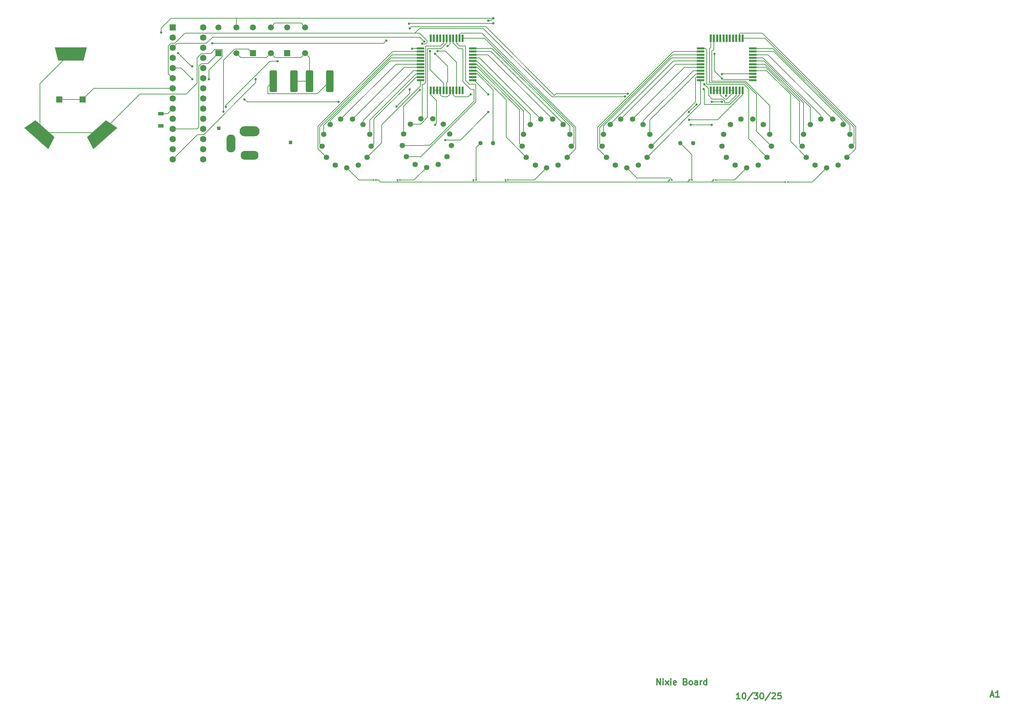
<source format=gtl>
%TF.GenerationSoftware,KiCad,Pcbnew,9.0.4*%
%TF.CreationDate,2025-11-16T22:43:31-07:00*%
%TF.ProjectId,Nixie Clock ECE5930,4e697869-6520-4436-9c6f-636b20454345,rev?*%
%TF.SameCoordinates,Original*%
%TF.FileFunction,Copper,L1,Top*%
%TF.FilePolarity,Positive*%
%FSLAX46Y46*%
G04 Gerber Fmt 4.6, Leading zero omitted, Abs format (unit mm)*
G04 Created by KiCad (PCBNEW 9.0.4) date 2025-11-16 22:43:31*
%MOMM*%
%LPD*%
G01*
G04 APERTURE LIST*
G04 Aperture macros list*
%AMRoundRect*
0 Rectangle with rounded corners*
0 $1 Rounding radius*
0 $2 $3 $4 $5 $6 $7 $8 $9 X,Y pos of 4 corners*
0 Add a 4 corners polygon primitive as box body*
4,1,4,$2,$3,$4,$5,$6,$7,$8,$9,$2,$3,0*
0 Add four circle primitives for the rounded corners*
1,1,$1+$1,$2,$3*
1,1,$1+$1,$4,$5*
1,1,$1+$1,$6,$7*
1,1,$1+$1,$8,$9*
0 Add four rect primitives between the rounded corners*
20,1,$1+$1,$2,$3,$4,$5,0*
20,1,$1+$1,$4,$5,$6,$7,0*
20,1,$1+$1,$6,$7,$8,$9,0*
20,1,$1+$1,$8,$9,$2,$3,0*%
%AMFreePoly0*
4,1,15,4.110035,1.430035,4.110050,1.430000,4.110048,1.429988,3.275048,-1.870012,3.275026,-1.870043,3.275000,-1.870050,-3.075000,-1.870050,-3.075035,-1.870035,-3.075048,-1.870012,-3.910048,1.429988,-3.910043,1.430026,-3.910012,1.430048,-3.910000,1.430050,4.110000,1.430050,4.110035,1.430035,4.110035,1.430035,$1*%
%AMFreePoly1*
4,1,15,-1.107767,3.101137,3.648133,-1.106563,3.648150,-1.106597,3.648144,-1.106623,2.086844,-4.131423,2.086815,-4.131448,2.086777,-4.131444,2.086767,-4.131437,-3.919833,1.182763,-3.919850,1.182797,-3.919837,1.182833,-3.919828,1.182841,-1.107828,3.101141,-1.107791,3.101149,-1.107767,3.101137,-1.107767,3.101137,$1*%
%AMFreePoly2*
4,1,15,1.207828,3.101141,4.019828,1.182841,4.019849,1.182809,4.019841,1.182772,4.019833,1.182763,-1.986767,-4.131437,-1.986803,-4.131450,-1.986837,-4.131433,-1.986844,-4.131423,-3.548144,-1.106623,-3.548148,-1.106585,-3.548133,-1.106563,1.207767,3.101137,1.207803,3.101150,1.207828,3.101141,1.207828,3.101141,$1*%
G04 Aperture macros list end*
%ADD10C,0.300000*%
%TA.AperFunction,NonConductor*%
%ADD11C,0.300000*%
%TD*%
%TA.AperFunction,SMDPad,CuDef*%
%ADD12R,0.600000X1.900000*%
%TD*%
%TA.AperFunction,SMDPad,CuDef*%
%ADD13R,1.900000X0.600000*%
%TD*%
%TA.AperFunction,SMDPad,CuDef*%
%ADD14R,1.520000X1.520000*%
%TD*%
%TA.AperFunction,SMDPad,CuDef*%
%ADD15FreePoly0,0.000000*%
%TD*%
%TA.AperFunction,SMDPad,CuDef*%
%ADD16FreePoly1,0.000000*%
%TD*%
%TA.AperFunction,SMDPad,CuDef*%
%ADD17FreePoly2,0.000000*%
%TD*%
%TA.AperFunction,ComponentPad*%
%ADD18C,1.346200*%
%TD*%
%TA.AperFunction,SMDPad,CuDef*%
%ADD19RoundRect,0.100000X0.130000X0.100000X-0.130000X0.100000X-0.130000X-0.100000X0.130000X-0.100000X0*%
%TD*%
%TA.AperFunction,SMDPad,CuDef*%
%ADD20RoundRect,0.100000X-0.130000X-0.100000X0.130000X-0.100000X0.130000X0.100000X-0.130000X0.100000X0*%
%TD*%
%TA.AperFunction,ComponentPad*%
%ADD21R,1.498600X1.498600*%
%TD*%
%TA.AperFunction,ComponentPad*%
%ADD22C,1.498600*%
%TD*%
%TA.AperFunction,ComponentPad*%
%ADD23C,1.107440*%
%TD*%
%TA.AperFunction,ComponentPad*%
%ADD24RoundRect,0.250000X-0.550000X-0.550000X0.550000X-0.550000X0.550000X0.550000X-0.550000X0.550000X0*%
%TD*%
%TA.AperFunction,ComponentPad*%
%ADD25C,1.600000*%
%TD*%
%TA.AperFunction,SMDPad,CuDef*%
%ADD26R,1.397000X0.965200*%
%TD*%
%TA.AperFunction,SMDPad,CuDef*%
%ADD27RoundRect,0.250000X-0.650000X-2.450000X0.650000X-2.450000X0.650000X2.450000X-0.650000X2.450000X0*%
%TD*%
%TA.AperFunction,ComponentPad*%
%ADD28O,5.000000X2.500000*%
%TD*%
%TA.AperFunction,ComponentPad*%
%ADD29O,4.500000X2.250000*%
%TD*%
%TA.AperFunction,ComponentPad*%
%ADD30O,2.250000X4.500000*%
%TD*%
%TA.AperFunction,ComponentPad*%
%ADD31R,0.850000X0.850000*%
%TD*%
%TA.AperFunction,ViaPad*%
%ADD32C,0.600000*%
%TD*%
%TA.AperFunction,Conductor*%
%ADD33C,0.200000*%
%TD*%
G04 APERTURE END LIST*
D10*
D11*
X270983082Y-192872257D02*
X271697368Y-192872257D01*
X270840225Y-193300828D02*
X271340225Y-191800828D01*
X271340225Y-191800828D02*
X271840225Y-193300828D01*
X273125939Y-193300828D02*
X272268796Y-193300828D01*
X272697367Y-193300828D02*
X272697367Y-191800828D01*
X272697367Y-191800828D02*
X272554510Y-192015114D01*
X272554510Y-192015114D02*
X272411653Y-192157971D01*
X272411653Y-192157971D02*
X272268796Y-192229400D01*
D10*
D11*
X187554510Y-190300828D02*
X187554510Y-188800828D01*
X187554510Y-188800828D02*
X188411653Y-190300828D01*
X188411653Y-190300828D02*
X188411653Y-188800828D01*
X189125939Y-190300828D02*
X189125939Y-189300828D01*
X189125939Y-188800828D02*
X189054511Y-188872257D01*
X189054511Y-188872257D02*
X189125939Y-188943685D01*
X189125939Y-188943685D02*
X189197368Y-188872257D01*
X189197368Y-188872257D02*
X189125939Y-188800828D01*
X189125939Y-188800828D02*
X189125939Y-188943685D01*
X189697368Y-190300828D02*
X190483083Y-189300828D01*
X189697368Y-189300828D02*
X190483083Y-190300828D01*
X191054511Y-190300828D02*
X191054511Y-189300828D01*
X191054511Y-188800828D02*
X190983083Y-188872257D01*
X190983083Y-188872257D02*
X191054511Y-188943685D01*
X191054511Y-188943685D02*
X191125940Y-188872257D01*
X191125940Y-188872257D02*
X191054511Y-188800828D01*
X191054511Y-188800828D02*
X191054511Y-188943685D01*
X192340226Y-190229400D02*
X192197369Y-190300828D01*
X192197369Y-190300828D02*
X191911655Y-190300828D01*
X191911655Y-190300828D02*
X191768797Y-190229400D01*
X191768797Y-190229400D02*
X191697369Y-190086542D01*
X191697369Y-190086542D02*
X191697369Y-189515114D01*
X191697369Y-189515114D02*
X191768797Y-189372257D01*
X191768797Y-189372257D02*
X191911655Y-189300828D01*
X191911655Y-189300828D02*
X192197369Y-189300828D01*
X192197369Y-189300828D02*
X192340226Y-189372257D01*
X192340226Y-189372257D02*
X192411655Y-189515114D01*
X192411655Y-189515114D02*
X192411655Y-189657971D01*
X192411655Y-189657971D02*
X191697369Y-189800828D01*
X194697368Y-189515114D02*
X194911654Y-189586542D01*
X194911654Y-189586542D02*
X194983083Y-189657971D01*
X194983083Y-189657971D02*
X195054511Y-189800828D01*
X195054511Y-189800828D02*
X195054511Y-190015114D01*
X195054511Y-190015114D02*
X194983083Y-190157971D01*
X194983083Y-190157971D02*
X194911654Y-190229400D01*
X194911654Y-190229400D02*
X194768797Y-190300828D01*
X194768797Y-190300828D02*
X194197368Y-190300828D01*
X194197368Y-190300828D02*
X194197368Y-188800828D01*
X194197368Y-188800828D02*
X194697368Y-188800828D01*
X194697368Y-188800828D02*
X194840226Y-188872257D01*
X194840226Y-188872257D02*
X194911654Y-188943685D01*
X194911654Y-188943685D02*
X194983083Y-189086542D01*
X194983083Y-189086542D02*
X194983083Y-189229400D01*
X194983083Y-189229400D02*
X194911654Y-189372257D01*
X194911654Y-189372257D02*
X194840226Y-189443685D01*
X194840226Y-189443685D02*
X194697368Y-189515114D01*
X194697368Y-189515114D02*
X194197368Y-189515114D01*
X195911654Y-190300828D02*
X195768797Y-190229400D01*
X195768797Y-190229400D02*
X195697368Y-190157971D01*
X195697368Y-190157971D02*
X195625940Y-190015114D01*
X195625940Y-190015114D02*
X195625940Y-189586542D01*
X195625940Y-189586542D02*
X195697368Y-189443685D01*
X195697368Y-189443685D02*
X195768797Y-189372257D01*
X195768797Y-189372257D02*
X195911654Y-189300828D01*
X195911654Y-189300828D02*
X196125940Y-189300828D01*
X196125940Y-189300828D02*
X196268797Y-189372257D01*
X196268797Y-189372257D02*
X196340226Y-189443685D01*
X196340226Y-189443685D02*
X196411654Y-189586542D01*
X196411654Y-189586542D02*
X196411654Y-190015114D01*
X196411654Y-190015114D02*
X196340226Y-190157971D01*
X196340226Y-190157971D02*
X196268797Y-190229400D01*
X196268797Y-190229400D02*
X196125940Y-190300828D01*
X196125940Y-190300828D02*
X195911654Y-190300828D01*
X197697369Y-190300828D02*
X197697369Y-189515114D01*
X197697369Y-189515114D02*
X197625940Y-189372257D01*
X197625940Y-189372257D02*
X197483083Y-189300828D01*
X197483083Y-189300828D02*
X197197369Y-189300828D01*
X197197369Y-189300828D02*
X197054511Y-189372257D01*
X197697369Y-190229400D02*
X197554511Y-190300828D01*
X197554511Y-190300828D02*
X197197369Y-190300828D01*
X197197369Y-190300828D02*
X197054511Y-190229400D01*
X197054511Y-190229400D02*
X196983083Y-190086542D01*
X196983083Y-190086542D02*
X196983083Y-189943685D01*
X196983083Y-189943685D02*
X197054511Y-189800828D01*
X197054511Y-189800828D02*
X197197369Y-189729400D01*
X197197369Y-189729400D02*
X197554511Y-189729400D01*
X197554511Y-189729400D02*
X197697369Y-189657971D01*
X198411654Y-190300828D02*
X198411654Y-189300828D01*
X198411654Y-189586542D02*
X198483083Y-189443685D01*
X198483083Y-189443685D02*
X198554512Y-189372257D01*
X198554512Y-189372257D02*
X198697369Y-189300828D01*
X198697369Y-189300828D02*
X198840226Y-189300828D01*
X199983083Y-190300828D02*
X199983083Y-188800828D01*
X199983083Y-190229400D02*
X199840225Y-190300828D01*
X199840225Y-190300828D02*
X199554511Y-190300828D01*
X199554511Y-190300828D02*
X199411654Y-190229400D01*
X199411654Y-190229400D02*
X199340225Y-190157971D01*
X199340225Y-190157971D02*
X199268797Y-190015114D01*
X199268797Y-190015114D02*
X199268797Y-189586542D01*
X199268797Y-189586542D02*
X199340225Y-189443685D01*
X199340225Y-189443685D02*
X199411654Y-189372257D01*
X199411654Y-189372257D02*
X199554511Y-189300828D01*
X199554511Y-189300828D02*
X199840225Y-189300828D01*
X199840225Y-189300828D02*
X199983083Y-189372257D01*
D10*
D11*
X208340225Y-193800828D02*
X207483082Y-193800828D01*
X207911653Y-193800828D02*
X207911653Y-192300828D01*
X207911653Y-192300828D02*
X207768796Y-192515114D01*
X207768796Y-192515114D02*
X207625939Y-192657971D01*
X207625939Y-192657971D02*
X207483082Y-192729400D01*
X209268796Y-192300828D02*
X209411653Y-192300828D01*
X209411653Y-192300828D02*
X209554510Y-192372257D01*
X209554510Y-192372257D02*
X209625939Y-192443685D01*
X209625939Y-192443685D02*
X209697367Y-192586542D01*
X209697367Y-192586542D02*
X209768796Y-192872257D01*
X209768796Y-192872257D02*
X209768796Y-193229400D01*
X209768796Y-193229400D02*
X209697367Y-193515114D01*
X209697367Y-193515114D02*
X209625939Y-193657971D01*
X209625939Y-193657971D02*
X209554510Y-193729400D01*
X209554510Y-193729400D02*
X209411653Y-193800828D01*
X209411653Y-193800828D02*
X209268796Y-193800828D01*
X209268796Y-193800828D02*
X209125939Y-193729400D01*
X209125939Y-193729400D02*
X209054510Y-193657971D01*
X209054510Y-193657971D02*
X208983081Y-193515114D01*
X208983081Y-193515114D02*
X208911653Y-193229400D01*
X208911653Y-193229400D02*
X208911653Y-192872257D01*
X208911653Y-192872257D02*
X208983081Y-192586542D01*
X208983081Y-192586542D02*
X209054510Y-192443685D01*
X209054510Y-192443685D02*
X209125939Y-192372257D01*
X209125939Y-192372257D02*
X209268796Y-192300828D01*
X211483081Y-192229400D02*
X210197367Y-194157971D01*
X211840224Y-192300828D02*
X212768796Y-192300828D01*
X212768796Y-192300828D02*
X212268796Y-192872257D01*
X212268796Y-192872257D02*
X212483081Y-192872257D01*
X212483081Y-192872257D02*
X212625939Y-192943685D01*
X212625939Y-192943685D02*
X212697367Y-193015114D01*
X212697367Y-193015114D02*
X212768796Y-193157971D01*
X212768796Y-193157971D02*
X212768796Y-193515114D01*
X212768796Y-193515114D02*
X212697367Y-193657971D01*
X212697367Y-193657971D02*
X212625939Y-193729400D01*
X212625939Y-193729400D02*
X212483081Y-193800828D01*
X212483081Y-193800828D02*
X212054510Y-193800828D01*
X212054510Y-193800828D02*
X211911653Y-193729400D01*
X211911653Y-193729400D02*
X211840224Y-193657971D01*
X213697367Y-192300828D02*
X213840224Y-192300828D01*
X213840224Y-192300828D02*
X213983081Y-192372257D01*
X213983081Y-192372257D02*
X214054510Y-192443685D01*
X214054510Y-192443685D02*
X214125938Y-192586542D01*
X214125938Y-192586542D02*
X214197367Y-192872257D01*
X214197367Y-192872257D02*
X214197367Y-193229400D01*
X214197367Y-193229400D02*
X214125938Y-193515114D01*
X214125938Y-193515114D02*
X214054510Y-193657971D01*
X214054510Y-193657971D02*
X213983081Y-193729400D01*
X213983081Y-193729400D02*
X213840224Y-193800828D01*
X213840224Y-193800828D02*
X213697367Y-193800828D01*
X213697367Y-193800828D02*
X213554510Y-193729400D01*
X213554510Y-193729400D02*
X213483081Y-193657971D01*
X213483081Y-193657971D02*
X213411652Y-193515114D01*
X213411652Y-193515114D02*
X213340224Y-193229400D01*
X213340224Y-193229400D02*
X213340224Y-192872257D01*
X213340224Y-192872257D02*
X213411652Y-192586542D01*
X213411652Y-192586542D02*
X213483081Y-192443685D01*
X213483081Y-192443685D02*
X213554510Y-192372257D01*
X213554510Y-192372257D02*
X213697367Y-192300828D01*
X215911652Y-192229400D02*
X214625938Y-194157971D01*
X216340224Y-192443685D02*
X216411652Y-192372257D01*
X216411652Y-192372257D02*
X216554510Y-192300828D01*
X216554510Y-192300828D02*
X216911652Y-192300828D01*
X216911652Y-192300828D02*
X217054510Y-192372257D01*
X217054510Y-192372257D02*
X217125938Y-192443685D01*
X217125938Y-192443685D02*
X217197367Y-192586542D01*
X217197367Y-192586542D02*
X217197367Y-192729400D01*
X217197367Y-192729400D02*
X217125938Y-192943685D01*
X217125938Y-192943685D02*
X216268795Y-193800828D01*
X216268795Y-193800828D02*
X217197367Y-193800828D01*
X218554509Y-192300828D02*
X217840223Y-192300828D01*
X217840223Y-192300828D02*
X217768795Y-193015114D01*
X217768795Y-193015114D02*
X217840223Y-192943685D01*
X217840223Y-192943685D02*
X217983081Y-192872257D01*
X217983081Y-192872257D02*
X218340223Y-192872257D01*
X218340223Y-192872257D02*
X218483081Y-192943685D01*
X218483081Y-192943685D02*
X218554509Y-193015114D01*
X218554509Y-193015114D02*
X218625938Y-193157971D01*
X218625938Y-193157971D02*
X218625938Y-193515114D01*
X218625938Y-193515114D02*
X218554509Y-193657971D01*
X218554509Y-193657971D02*
X218483081Y-193729400D01*
X218483081Y-193729400D02*
X218340223Y-193800828D01*
X218340223Y-193800828D02*
X217983081Y-193800828D01*
X217983081Y-193800828D02*
X217840223Y-193729400D01*
X217840223Y-193729400D02*
X217768795Y-193657971D01*
D12*
%TO.P,U2,1,HV22*%
%TO.N,Net-(U2-HV22)*%
X139000000Y-28500000D03*
%TO.P,U2,2,HV21*%
%TO.N,Net-(U2-HV21)*%
X138200000Y-28500000D03*
%TO.P,U2,3,HV20*%
%TO.N,Net-(U2-HV20)*%
X137400000Y-28500000D03*
%TO.P,U2,4,HV19*%
%TO.N,Net-(U2-HV19)*%
X136600000Y-28500000D03*
%TO.P,U2,5,HV18*%
%TO.N,Net-(U2-HV18)*%
X135800000Y-28500000D03*
%TO.P,U2,6,HV17*%
%TO.N,Net-(U2-HV17)*%
X135000000Y-28500000D03*
%TO.P,U2,7,HV16*%
%TO.N,Net-(U2-HV16)*%
X134200000Y-28500000D03*
%TO.P,U2,8,HV15*%
%TO.N,Net-(U2-HV15)*%
X133400000Y-28500000D03*
%TO.P,U2,9,HV14*%
%TO.N,Net-(U2-HV14)*%
X132600000Y-28500000D03*
%TO.P,U2,10,HV13*%
%TO.N,Net-(U2-HV13)*%
X131800000Y-28500000D03*
%TO.P,U2,11,HV12*%
%TO.N,Net-(U2-HV12)*%
X131000000Y-28500000D03*
D13*
%TO.P,U2,12,HV11*%
%TO.N,Net-(U2-HV11)*%
X128500000Y-31000000D03*
%TO.P,U2,13,HV10*%
%TO.N,Net-(U2-HV10)*%
X128500000Y-31800000D03*
%TO.P,U2,14,HV9*%
%TO.N,Net-(U2-HV9)*%
X128500000Y-32600000D03*
%TO.P,U2,15,HV8*%
%TO.N,Net-(U2-HV8)*%
X128500000Y-33400000D03*
%TO.P,U2,16,HV7*%
%TO.N,Net-(U2-HV7)*%
X128500000Y-34200000D03*
%TO.P,U2,17,HV6*%
%TO.N,Net-(U2-HV6)*%
X128500000Y-35000000D03*
%TO.P,U2,18,HV5*%
%TO.N,Net-(U2-HV5)*%
X128500000Y-35800000D03*
%TO.P,U2,19,HV4*%
%TO.N,Net-(U2-HV4)*%
X128500000Y-36600000D03*
%TO.P,U2,20,HV3*%
%TO.N,Net-(U2-HV3)*%
X128500000Y-37400000D03*
%TO.P,U2,21,HV2*%
%TO.N,Net-(U2-HV2)*%
X128500000Y-38200000D03*
%TO.P,U2,22,HV1*%
%TO.N,Net-(U2-HV1)*%
X128500000Y-39000000D03*
D12*
%TO.P,U2,23,DATAOUT*%
%TO.N,Net-(U2-DATAOUT)*%
X131000000Y-41500000D03*
%TO.P,U2,24,N/C*%
%TO.N,+5V*%
X131800000Y-41500000D03*
%TO.P,U2,25,N/C*%
X132600000Y-41500000D03*
%TO.P,U2,26,N/C*%
X133400000Y-41500000D03*
%TO.P,U2,27,~{POL}*%
%TO.N,Net-(U1-PD4)*%
X134200000Y-41500000D03*
%TO.P,U2,28,CLK*%
%TO.N,Net-(U1-PD1)*%
X135000000Y-41500000D03*
%TO.P,U2,29,VSS*%
%TO.N,+5V*%
X135800000Y-41500000D03*
%TO.P,U2,30,VDD*%
X136600000Y-41500000D03*
%TO.P,U2,31,~{LE}*%
%TO.N,Net-(U1-PD2)*%
X137400000Y-41500000D03*
%TO.P,U2,32,DATAIN*%
%TO.N,Net-(U1-PD0)*%
X138200000Y-41500000D03*
%TO.P,U2,33,~{BL}*%
%TO.N,Net-(U1-PD3)*%
X139000000Y-41500000D03*
D13*
%TO.P,U2,34,N/C*%
%TO.N,+5V*%
X141500000Y-39000000D03*
%TO.P,U2,35,HV32*%
%TO.N,unconnected-(U2-HV32-Pad35)*%
X141500000Y-38200000D03*
%TO.P,U2,36,HV31*%
%TO.N,Net-(U2-HV31)*%
X141500000Y-37400000D03*
%TO.P,U2,37,HV30*%
%TO.N,Net-(U2-HV30)*%
X141500000Y-36600000D03*
%TO.P,U2,38,HV29*%
%TO.N,Net-(U2-HV29)*%
X141500000Y-35800000D03*
%TO.P,U2,39,HV28*%
%TO.N,Net-(U2-HV28)*%
X141500000Y-35000000D03*
%TO.P,U2,40,HV27*%
%TO.N,Net-(U2-HV27)*%
X141500000Y-34200000D03*
%TO.P,U2,41,HV26*%
%TO.N,Net-(U2-HV26)*%
X141500000Y-33400000D03*
%TO.P,U2,42,HV25*%
%TO.N,Net-(U2-HV25)*%
X141500000Y-32600000D03*
%TO.P,U2,43,HV24*%
%TO.N,Net-(U2-HV24)*%
X141500000Y-31800000D03*
%TO.P,U2,44,HV23*%
%TO.N,Net-(U2-HV23)*%
X141500000Y-31000000D03*
%TD*%
D14*
%TO.P,BT2,1*%
%TO.N,+5V*%
X38100000Y-43815000D03*
%TO.P,BT2,2*%
X43950000Y-43815000D03*
D15*
%TO.P,BT2,S1*%
%TO.N,Net-(U5-Vbat)*%
X40925000Y-32215000D03*
D16*
%TO.P,BT2,S2*%
X33325000Y-52115000D03*
D17*
%TO.P,BT2,S3*%
X48625000Y-52115000D03*
%TD*%
D18*
%TO.P,N7,0,0*%
%TO.N,Net-(U3-HV30)*%
X224907300Y-58265360D03*
%TO.P,N7,1,1*%
%TO.N,Net-(U3-HV21)*%
X235092700Y-58265360D03*
%TO.P,N7,2,2*%
%TO.N,Net-(U3-HV22)*%
X236144260Y-55494220D03*
%TO.P,N7,3,3*%
%TO.N,Net-(U3-HV23)*%
X235786120Y-52555440D03*
%TO.P,N7,4,4*%
%TO.N,Net-(U3-HV24)*%
X234104640Y-50117040D03*
%TO.P,N7,5,5*%
%TO.N,Net-(U3-HV25)*%
X231480820Y-48740360D03*
%TO.P,N7,6,6*%
%TO.N,Net-(U3-HV26)*%
X228519180Y-48740360D03*
%TO.P,N7,7,7*%
%TO.N,Net-(U3-HV27)*%
X225895360Y-50117040D03*
%TO.P,N7,8,8*%
%TO.N,Net-(U3-HV28)*%
X224213880Y-52555440D03*
%TO.P,N7,9,9*%
%TO.N,Net-(U3-HV29)*%
X223855740Y-55494220D03*
%TO.P,N7,A,A*%
%TO.N,Net-(N7-PadA)*%
X230000000Y-60937440D03*
%TO.P,N7,LHDP,LHDP*%
%TO.N,unconnected-(N7-PadLHDP)*%
X232875280Y-60228780D03*
%TO.P,N7,RHDP,RHDP*%
%TO.N,unconnected-(N7-PadRHDP)*%
X227124720Y-60228780D03*
%TD*%
%TO.P,N3,0,0*%
%TO.N,Net-(U2-HV30)*%
X154907300Y-58265360D03*
%TO.P,N3,1,1*%
%TO.N,Net-(U2-HV21)*%
X165092700Y-58265360D03*
%TO.P,N3,2,2*%
%TO.N,Net-(U2-HV22)*%
X166144260Y-55494220D03*
%TO.P,N3,3,3*%
%TO.N,Net-(U2-HV23)*%
X165786120Y-52555440D03*
%TO.P,N3,4,4*%
%TO.N,Net-(U2-HV24)*%
X164104640Y-50117040D03*
%TO.P,N3,5,5*%
%TO.N,Net-(U2-HV25)*%
X161480820Y-48740360D03*
%TO.P,N3,6,6*%
%TO.N,Net-(U2-HV26)*%
X158519180Y-48740360D03*
%TO.P,N3,7,7*%
%TO.N,Net-(U2-HV27)*%
X155895360Y-50117040D03*
%TO.P,N3,8,8*%
%TO.N,Net-(U2-HV28)*%
X154213880Y-52555440D03*
%TO.P,N3,9,9*%
%TO.N,Net-(U2-HV29)*%
X153855740Y-55494220D03*
%TO.P,N3,A,A*%
%TO.N,Net-(N3-PadA)*%
X160000000Y-60937440D03*
%TO.P,N3,LHDP,LHDP*%
%TO.N,unconnected-(N3-PadLHDP)*%
X162875280Y-60228780D03*
%TO.P,N3,RHDP,RHDP*%
%TO.N,unconnected-(N3-PadRHDP)*%
X157124720Y-60228780D03*
%TD*%
D19*
%TO.P,R8,1*%
%TO.N,Net-(R8-Pad1)*%
X220320000Y-64500000D03*
%TO.P,R8,2*%
%TO.N,HT*%
X219680000Y-64500000D03*
%TD*%
D18*
%TO.P,N1,0,0*%
%TO.N,Net-(U2-HV10)*%
X104907300Y-58265360D03*
%TO.P,N1,1,1*%
%TO.N,Net-(U2-HV1)*%
X115092700Y-58265360D03*
%TO.P,N1,2,2*%
%TO.N,Net-(U2-HV2)*%
X116144260Y-55494220D03*
%TO.P,N1,3,3*%
%TO.N,Net-(U2-HV3)*%
X115786120Y-52555440D03*
%TO.P,N1,4,4*%
%TO.N,Net-(U2-HV4)*%
X114104640Y-50117040D03*
%TO.P,N1,5,5*%
%TO.N,Net-(U2-HV5)*%
X111480820Y-48740360D03*
%TO.P,N1,6,6*%
%TO.N,Net-(U2-HV6)*%
X108519180Y-48740360D03*
%TO.P,N1,7,7*%
%TO.N,Net-(U2-HV7)*%
X105895360Y-50117040D03*
%TO.P,N1,8,8*%
%TO.N,Net-(U2-HV8)*%
X104213880Y-52555440D03*
%TO.P,N1,9,9*%
%TO.N,Net-(U2-HV9)*%
X103855740Y-55494220D03*
%TO.P,N1,A,A*%
%TO.N,Net-(N1-PadA)*%
X110000000Y-60937440D03*
%TO.P,N1,LHDP,LHDP*%
%TO.N,unconnected-(N1-PadLHDP)*%
X112875280Y-60228780D03*
%TO.P,N1,RHDP,RHDP*%
%TO.N,unconnected-(N1-PadRHDP)*%
X107124720Y-60228780D03*
%TD*%
D20*
%TO.P,R11,1*%
%TO.N,HT*%
X195680000Y-64000000D03*
%TO.P,R11,2*%
%TO.N,Net-(R11-Pad2)*%
X196320000Y-64000000D03*
%TD*%
D19*
%TO.P,R9,1*%
%TO.N,Net-(R9-Pad1)*%
X202320000Y-64000000D03*
%TO.P,R9,2*%
%TO.N,HT*%
X201680000Y-64000000D03*
%TD*%
D21*
%TO.P,SW6,1,1*%
%TO.N,Net-(U1-PD7)*%
X95114998Y-32249751D03*
D22*
%TO.P,SW6,2,2*%
X95114998Y-25749750D03*
%TO.P,SW6,3,3*%
%TO.N,+5V*%
X99614999Y-32249751D03*
%TO.P,SW6,4,4*%
X99614999Y-25749750D03*
%TD*%
D18*
%TO.P,N2,0,0*%
%TO.N,Net-(U2-HV20)*%
X124907300Y-58125360D03*
%TO.P,N2,1,1*%
%TO.N,Net-(U2-HV11)*%
X135092700Y-58125360D03*
%TO.P,N2,2,2*%
%TO.N,Net-(U2-HV12)*%
X136144260Y-55354220D03*
%TO.P,N2,3,3*%
%TO.N,Net-(U2-HV13)*%
X135786120Y-52415440D03*
%TO.P,N2,4,4*%
%TO.N,Net-(U2-HV14)*%
X134104640Y-49977040D03*
%TO.P,N2,5,5*%
%TO.N,Net-(U2-HV15)*%
X131480820Y-48600360D03*
%TO.P,N2,6,6*%
%TO.N,Net-(U2-HV16)*%
X128519180Y-48600360D03*
%TO.P,N2,7,7*%
%TO.N,Net-(U2-HV17)*%
X125895360Y-49977040D03*
%TO.P,N2,8,8*%
%TO.N,Net-(U2-HV18)*%
X124213880Y-52415440D03*
%TO.P,N2,9,9*%
%TO.N,Net-(U2-HV19)*%
X123855740Y-55354220D03*
%TO.P,N2,A,A*%
%TO.N,Net-(N2-PadA)*%
X130000000Y-60797440D03*
%TO.P,N2,LHDP,LHDP*%
%TO.N,unconnected-(N2-PadLHDP)*%
X132875280Y-60088780D03*
%TO.P,N2,RHDP,RHDP*%
%TO.N,unconnected-(N2-PadRHDP)*%
X127124720Y-60088780D03*
%TD*%
D19*
%TO.P,R10,1*%
%TO.N,Net-(R10-Pad1)*%
X191320000Y-64000000D03*
%TO.P,R10,2*%
%TO.N,HT*%
X190680000Y-64000000D03*
%TD*%
D23*
%TO.P,N4,A,A*%
%TO.N,Net-(N4-PadA)*%
X143412500Y-54750000D03*
%TO.P,N4,K,K*%
%TO.N,Net-(U2-HV31)*%
X146587500Y-54750000D03*
%TD*%
D19*
%TO.P,R5,1*%
%TO.N,Net-(R5-Pad1)*%
X150320000Y-64000000D03*
%TO.P,R5,2*%
%TO.N,HT*%
X149680000Y-64000000D03*
%TD*%
D24*
%TO.P,U1,1,~{RESET}/PC6*%
%TO.N,Net-(J1-Pin_5)*%
X66500000Y-25800000D03*
D25*
%TO.P,U1,2,PD0*%
%TO.N,Net-(U1-PD0)*%
X66500000Y-28340000D03*
%TO.P,U1,3,PD1*%
%TO.N,Net-(U1-PD1)*%
X66500000Y-30880000D03*
%TO.P,U1,4,PD2*%
%TO.N,Net-(U1-PD2)*%
X66500000Y-33420000D03*
%TO.P,U1,5,PD3*%
%TO.N,Net-(U1-PD3)*%
X66500000Y-35960000D03*
%TO.P,U1,6,PD4*%
%TO.N,Net-(U1-PD4)*%
X66500000Y-38500000D03*
%TO.P,U1,7,VCC*%
%TO.N,+5V*%
X66500000Y-41040000D03*
%TO.P,U1,8,GND*%
X66500000Y-43580000D03*
%TO.P,U1,9,XTAL1/PB6*%
%TO.N,Net-(U1-XTAL1{slash}PB6)*%
X66500000Y-46120000D03*
%TO.P,U1,10,XTAL2/PB7*%
%TO.N,Net-(U1-XTAL2{slash}PB7)*%
X66500000Y-48660000D03*
%TO.P,U1,11,PD5*%
%TO.N,Net-(U1-PD5)*%
X66500000Y-51200000D03*
%TO.P,U1,12,PD6*%
%TO.N,Net-(U1-PD6)*%
X66500000Y-53740000D03*
%TO.P,U1,13,PD7*%
%TO.N,Net-(U1-PD7)*%
X66500000Y-56280000D03*
%TO.P,U1,14,PB0*%
%TO.N,Net-(U1-PB0)*%
X66500000Y-58820000D03*
%TO.P,U1,15,PB1*%
%TO.N,unconnected-(U1-PB1-Pad15)*%
X74120000Y-58820000D03*
%TO.P,U1,16,PB2*%
%TO.N,unconnected-(U1-PB2-Pad16)*%
X74120000Y-56280000D03*
%TO.P,U1,17,PB3*%
%TO.N,Net-(J1-Pin_4)*%
X74120000Y-53740000D03*
%TO.P,U1,18,PB4*%
%TO.N,Net-(J1-Pin_1)*%
X74120000Y-51200000D03*
%TO.P,U1,19,PB5*%
%TO.N,Net-(J1-Pin_3)*%
X74120000Y-48660000D03*
%TO.P,U1,20,AVCC*%
%TO.N,+5V*%
X74120000Y-46120000D03*
%TO.P,U1,21,AREF*%
%TO.N,unconnected-(U1-AREF-Pad21)*%
X74120000Y-43580000D03*
%TO.P,U1,22,GND*%
%TO.N,+5V*%
X74120000Y-41040000D03*
%TO.P,U1,23,PC0*%
%TO.N,unconnected-(U1-PC0-Pad23)*%
X74120000Y-38500000D03*
%TO.P,U1,24,PC1*%
%TO.N,unconnected-(U1-PC1-Pad24)*%
X74120000Y-35960000D03*
%TO.P,U1,25,PC2*%
%TO.N,unconnected-(U1-PC2-Pad25)*%
X74120000Y-33420000D03*
%TO.P,U1,26,PC3*%
%TO.N,unconnected-(U1-PC3-Pad26)*%
X74120000Y-30880000D03*
%TO.P,U1,27,PC4*%
%TO.N,Net-(U1-PC4)*%
X74120000Y-28340000D03*
%TO.P,U1,28,PC5*%
%TO.N,Net-(U1-PC5)*%
X74120000Y-25800000D03*
%TD*%
D26*
%TO.P,C6,1*%
%TO.N,Net-(U1-XTAL2{slash}PB7)*%
X63500000Y-50418001D03*
%TO.P,C6,2*%
%TO.N,Net-(U1-XTAL1{slash}PB6)*%
X63500000Y-47371999D03*
%TD*%
D19*
%TO.P,R4,1*%
%TO.N,Net-(R4-Pad1)*%
X142320000Y-64000000D03*
%TO.P,R4,2*%
%TO.N,HT*%
X141680000Y-64000000D03*
%TD*%
D18*
%TO.P,N6,0,0*%
%TO.N,Net-(U3-HV20)*%
X204907300Y-58265360D03*
%TO.P,N6,1,1*%
%TO.N,Net-(U3-HV11)*%
X215092700Y-58265360D03*
%TO.P,N6,2,2*%
%TO.N,Net-(U3-HV12)*%
X216144260Y-55494220D03*
%TO.P,N6,3,3*%
%TO.N,Net-(U3-HV13)*%
X215786120Y-52555440D03*
%TO.P,N6,4,4*%
%TO.N,Net-(U3-HV14)*%
X214104640Y-50117040D03*
%TO.P,N6,5,5*%
%TO.N,Net-(U3-HV15)*%
X211480820Y-48740360D03*
%TO.P,N6,6,6*%
%TO.N,Net-(U3-HV16)*%
X208519180Y-48740360D03*
%TO.P,N6,7,7*%
%TO.N,Net-(U3-HV17)*%
X205895360Y-50117040D03*
%TO.P,N6,8,8*%
%TO.N,Net-(U3-HV18)*%
X204213880Y-52555440D03*
%TO.P,N6,9,9*%
%TO.N,Net-(U3-HV19)*%
X203855740Y-55494220D03*
%TO.P,N6,A,A*%
%TO.N,Net-(N6-PadA)*%
X210000000Y-60937440D03*
%TO.P,N6,LHDP,LHDP*%
%TO.N,unconnected-(N6-PadLHDP)*%
X212875280Y-60228780D03*
%TO.P,N6,RHDP,RHDP*%
%TO.N,unconnected-(N6-PadRHDP)*%
X207124720Y-60228780D03*
%TD*%
D20*
%TO.P,R7,1*%
%TO.N,Net-(R7-Pad1)*%
X116680000Y-64000000D03*
%TO.P,R7,2*%
%TO.N,HT*%
X117320000Y-64000000D03*
%TD*%
D12*
%TO.P,U3,1,HV22*%
%TO.N,Net-(U3-HV22)*%
X209000000Y-28500000D03*
%TO.P,U3,2,HV21*%
%TO.N,Net-(U3-HV21)*%
X208200000Y-28500000D03*
%TO.P,U3,3,HV20*%
%TO.N,Net-(U3-HV20)*%
X207400000Y-28500000D03*
%TO.P,U3,4,HV19*%
%TO.N,Net-(U3-HV19)*%
X206600000Y-28500000D03*
%TO.P,U3,5,HV18*%
%TO.N,Net-(U3-HV18)*%
X205800000Y-28500000D03*
%TO.P,U3,6,HV17*%
%TO.N,Net-(U3-HV17)*%
X205000000Y-28500000D03*
%TO.P,U3,7,HV16*%
%TO.N,Net-(U3-HV16)*%
X204200000Y-28500000D03*
%TO.P,U3,8,HV15*%
%TO.N,Net-(U3-HV15)*%
X203400000Y-28500000D03*
%TO.P,U3,9,HV14*%
%TO.N,Net-(U3-HV14)*%
X202600000Y-28500000D03*
%TO.P,U3,10,HV13*%
%TO.N,Net-(U3-HV13)*%
X201800000Y-28500000D03*
%TO.P,U3,11,HV12*%
%TO.N,Net-(U3-HV12)*%
X201000000Y-28500000D03*
D13*
%TO.P,U3,12,HV11*%
%TO.N,Net-(U3-HV11)*%
X198500000Y-31000000D03*
%TO.P,U3,13,HV10*%
%TO.N,Net-(U3-HV10)*%
X198500000Y-31800000D03*
%TO.P,U3,14,HV9*%
%TO.N,Net-(U3-HV9)*%
X198500000Y-32600000D03*
%TO.P,U3,15,HV8*%
%TO.N,Net-(U3-HV8)*%
X198500000Y-33400000D03*
%TO.P,U3,16,HV7*%
%TO.N,Net-(U3-HV7)*%
X198500000Y-34200000D03*
%TO.P,U3,17,HV6*%
%TO.N,Net-(U3-HV6)*%
X198500000Y-35000000D03*
%TO.P,U3,18,HV5*%
%TO.N,Net-(U3-HV5)*%
X198500000Y-35800000D03*
%TO.P,U3,19,HV4*%
%TO.N,Net-(U3-HV4)*%
X198500000Y-36600000D03*
%TO.P,U3,20,HV3*%
%TO.N,Net-(U3-HV3)*%
X198500000Y-37400000D03*
%TO.P,U3,21,HV2*%
%TO.N,Net-(U3-HV2)*%
X198500000Y-38200000D03*
%TO.P,U3,22,HV1*%
%TO.N,Net-(U3-HV1)*%
X198500000Y-39000000D03*
D12*
%TO.P,U3,23,DATAOUT*%
%TO.N,unconnected-(U3-DATAOUT-Pad23)*%
X201000000Y-41500000D03*
%TO.P,U3,24,N/C*%
%TO.N,+5V*%
X201800000Y-41500000D03*
%TO.P,U3,25,N/C*%
X202600000Y-41500000D03*
%TO.P,U3,26,N/C*%
X203400000Y-41500000D03*
%TO.P,U3,27,~{POL}*%
%TO.N,Net-(U1-PD4)*%
X204200000Y-41500000D03*
%TO.P,U3,28,CLK*%
%TO.N,Net-(U1-PD1)*%
X205000000Y-41500000D03*
%TO.P,U3,29,VSS*%
%TO.N,+5V*%
X205800000Y-41500000D03*
%TO.P,U3,30,VDD*%
X206600000Y-41500000D03*
%TO.P,U3,31,~{LE}*%
%TO.N,Net-(U1-PD2)*%
X207400000Y-41500000D03*
%TO.P,U3,32,DATAIN*%
%TO.N,Net-(U2-DATAOUT)*%
X208200000Y-41500000D03*
%TO.P,U3,33,~{BL}*%
%TO.N,Net-(U1-PD3)*%
X209000000Y-41500000D03*
D13*
%TO.P,U3,34,N/C*%
%TO.N,+5V*%
X211500000Y-39000000D03*
%TO.P,U3,35,HV32*%
%TO.N,unconnected-(U3-HV32-Pad35)*%
X211500000Y-38200000D03*
%TO.P,U3,36,HV31*%
%TO.N,Net-(U3-HV31)*%
X211500000Y-37400000D03*
%TO.P,U3,37,HV30*%
%TO.N,Net-(U3-HV30)*%
X211500000Y-36600000D03*
%TO.P,U3,38,HV29*%
%TO.N,Net-(U3-HV29)*%
X211500000Y-35800000D03*
%TO.P,U3,39,HV28*%
%TO.N,Net-(U3-HV28)*%
X211500000Y-35000000D03*
%TO.P,U3,40,HV27*%
%TO.N,Net-(U3-HV27)*%
X211500000Y-34200000D03*
%TO.P,U3,41,HV26*%
%TO.N,Net-(U3-HV26)*%
X211500000Y-33400000D03*
%TO.P,U3,42,HV25*%
%TO.N,Net-(U3-HV25)*%
X211500000Y-32600000D03*
%TO.P,U3,43,HV24*%
%TO.N,Net-(U3-HV24)*%
X211500000Y-31800000D03*
%TO.P,U3,44,HV23*%
%TO.N,Net-(U3-HV23)*%
X211500000Y-31000000D03*
%TD*%
D27*
%TO.P,C5,1*%
%TO.N,+5V*%
X91674000Y-39243000D03*
%TO.P,C5,2*%
X96774000Y-39243000D03*
%TD*%
D18*
%TO.P,N5,0,0*%
%TO.N,Net-(U3-HV10)*%
X174907300Y-58265360D03*
%TO.P,N5,1,1*%
%TO.N,Net-(U3-HV1)*%
X185092700Y-58265360D03*
%TO.P,N5,2,2*%
%TO.N,Net-(U3-HV2)*%
X186144260Y-55494220D03*
%TO.P,N5,3,3*%
%TO.N,Net-(U3-HV3)*%
X185786120Y-52555440D03*
%TO.P,N5,4,4*%
%TO.N,Net-(U3-HV4)*%
X184104640Y-50117040D03*
%TO.P,N5,5,5*%
%TO.N,Net-(U3-HV5)*%
X181480820Y-48740360D03*
%TO.P,N5,6,6*%
%TO.N,Net-(U3-HV6)*%
X178519180Y-48740360D03*
%TO.P,N5,7,7*%
%TO.N,Net-(U3-HV7)*%
X175895360Y-50117040D03*
%TO.P,N5,8,8*%
%TO.N,Net-(U3-HV8)*%
X174213880Y-52555440D03*
%TO.P,N5,9,9*%
%TO.N,Net-(U3-HV9)*%
X173855740Y-55494220D03*
%TO.P,N5,A,A*%
%TO.N,Net-(N5-PadA)*%
X180000000Y-60937440D03*
%TO.P,N5,LHDP,LHDP*%
%TO.N,unconnected-(N5-PadLHDP)*%
X182875280Y-60228780D03*
%TO.P,N5,RHDP,RHDP*%
%TO.N,unconnected-(N5-PadRHDP)*%
X177124720Y-60228780D03*
%TD*%
D21*
%TO.P,SW4,1,1*%
%TO.N,Net-(U1-PD5)*%
X77939000Y-32249751D03*
D22*
%TO.P,SW4,2,2*%
X77939000Y-25749750D03*
%TO.P,SW4,3,3*%
%TO.N,+5V*%
X82439001Y-32249751D03*
%TO.P,SW4,4,4*%
X82439001Y-25749750D03*
%TD*%
D19*
%TO.P,R6,1*%
%TO.N,Net-(R6-Pad1)*%
X123320000Y-64000000D03*
%TO.P,R6,2*%
%TO.N,HT*%
X122680000Y-64000000D03*
%TD*%
D21*
%TO.P,SW5,1,1*%
%TO.N,Net-(U1-PD6)*%
X86526999Y-32249751D03*
D22*
%TO.P,SW5,2,2*%
X86526999Y-25749750D03*
%TO.P,SW5,3,3*%
%TO.N,+5V*%
X91027000Y-32249751D03*
%TO.P,SW5,4,4*%
X91027000Y-25749750D03*
%TD*%
D23*
%TO.P,N8,A,A*%
%TO.N,Net-(N8-PadA)*%
X193412500Y-54750000D03*
%TO.P,N8,K,K*%
%TO.N,Net-(U3-HV31)*%
X196587500Y-54750000D03*
%TD*%
D27*
%TO.P,C4,1*%
%TO.N,+5V*%
X100701000Y-39243000D03*
%TO.P,C4,2*%
X105801000Y-39243000D03*
%TD*%
D28*
%TO.P,J2,1*%
%TO.N,+12V*%
X85725000Y-51785000D03*
D29*
%TO.P,J2,2*%
%TO.N,+5V*%
X85725000Y-57785000D03*
D30*
%TO.P,J2,3*%
X81025000Y-54785000D03*
%TD*%
D31*
%TO.P,J3,1,Pin_1*%
%TO.N,+12V*%
X95990000Y-54610000D03*
%TD*%
%TO.P,J1,1,Pin_1*%
%TO.N,Net-(J1-Pin_1)*%
X78000000Y-51000000D03*
%TD*%
D32*
%TO.N,Net-(U5-Vbat)*%
X75565000Y-38735000D03*
%TO.N,+5V*%
X201930000Y-32385000D03*
X91674000Y-39243000D03*
X141500000Y-39000000D03*
X145415000Y-42545000D03*
X63590000Y-27017958D03*
X203835000Y-38603000D03*
X203400000Y-41500000D03*
X140970000Y-42545000D03*
X146685000Y-23495000D03*
X145415000Y-24130000D03*
%TO.N,Net-(U1-XTAL2{slash}PB7)*%
X63500000Y-50418001D03*
%TO.N,Net-(U2-HV13)*%
X131800000Y-28500000D03*
%TO.N,Net-(U2-HV15)*%
X133400000Y-28500000D03*
%TO.N,Net-(U2-HV18)*%
X135255000Y-30480000D03*
X128305000Y-41453527D03*
%TO.N,Net-(U2-HV12)*%
X131000000Y-28500000D03*
%TO.N,Net-(U2-HV14)*%
X132600000Y-28500000D03*
%TO.N,Net-(U2-HV11)*%
X126365000Y-31115000D03*
X125730000Y-41275000D03*
X122448235Y-45613235D03*
%TO.N,Net-(U3-HV17)*%
X205000000Y-28500000D03*
%TO.N,Net-(U3-HV20)*%
X207400000Y-28500000D03*
%TO.N,Net-(U3-HV14)*%
X202600000Y-28500000D03*
%TO.N,Net-(U3-HV19)*%
X206600000Y-28500000D03*
%TO.N,Net-(U3-HV18)*%
X205800000Y-28500000D03*
%TO.N,Net-(U3-HV15)*%
X203400000Y-28500000D03*
%TO.N,Net-(U3-HV16)*%
X204200000Y-28500000D03*
%TO.N,Net-(U3-HV31)*%
X203835000Y-37465000D03*
%TO.N,Net-(U1-PC5)*%
X67807210Y-32247210D03*
X71393975Y-35560000D03*
%TO.N,Net-(U1-PD6)*%
X79206760Y-46821760D03*
%TO.N,Net-(U1-PD7)*%
X92710000Y-34290000D03*
X79806760Y-45720000D03*
%TO.N,Net-(U1-PD4)*%
X204200000Y-41500000D03*
X130810000Y-31750000D03*
X179588542Y-43063542D03*
X128867548Y-29882452D03*
X201295000Y-50165000D03*
X195987500Y-50165000D03*
%TO.N,Net-(U1-PB0)*%
X87262000Y-38735000D03*
%TO.N,Net-(U1-PD0)*%
X138200000Y-41500000D03*
%TO.N,Net-(U1-PD2)*%
X146685000Y-24765000D03*
X125623235Y-24871765D03*
X199390000Y-40005000D03*
X132715000Y-31750000D03*
X76400265Y-29771735D03*
X119888000Y-29083000D03*
%TO.N,Net-(U1-PD3)*%
X107950000Y-44450000D03*
X84455000Y-43815000D03*
X139000000Y-41500000D03*
X195580000Y-48895000D03*
X71393975Y-38735000D03*
%TO.N,Net-(U1-PD1)*%
X204799000Y-42850748D03*
X203835000Y-44450000D03*
X180264271Y-42387813D03*
X125730000Y-26035000D03*
X197454765Y-45054765D03*
X195549765Y-46959765D03*
X132080000Y-32385000D03*
X129433235Y-29316765D03*
X201295000Y-44450000D03*
%TO.N,Net-(U2-DATAOUT)*%
X132080000Y-50165000D03*
X145415000Y-46990000D03*
X134620000Y-53975000D03*
X199283235Y-41168235D03*
%TD*%
D33*
%TO.N,Net-(U5-Vbat)*%
X75565000Y-36476751D02*
X75565000Y-38735000D01*
X78865500Y-33176251D02*
X75565000Y-36476751D01*
X78865500Y-31323251D02*
X78865500Y-33176251D01*
X76016751Y-32319000D02*
X77012500Y-31323251D01*
X72618000Y-33364950D02*
X73663950Y-32319000D01*
X72618000Y-39777000D02*
X72618000Y-33364950D01*
X73663950Y-32319000D02*
X76016751Y-32319000D01*
X69916000Y-42479000D02*
X72618000Y-39777000D01*
X58261000Y-42479000D02*
X69916000Y-42479000D01*
X77012500Y-31323251D02*
X78865500Y-31323251D01*
X48625000Y-52115000D02*
X58261000Y-42479000D01*
X48625000Y-52115000D02*
X33325000Y-52115000D01*
X40925000Y-32215000D02*
X33325000Y-39815000D01*
X33325000Y-39815000D02*
X33325000Y-52115000D01*
%TO.N,+5V*%
X38100000Y-43815000D02*
X43950000Y-43815000D01*
X46725000Y-41040000D02*
X43950000Y-43815000D01*
X66500000Y-41040000D02*
X46725000Y-41040000D01*
X203400000Y-42597957D02*
X203400000Y-41500000D01*
X83489301Y-33300051D02*
X89976700Y-33300051D01*
X89976700Y-33300051D02*
X91027000Y-32249751D01*
X145415000Y-24130000D02*
X146050000Y-24130000D01*
X90297000Y-42418000D02*
X90297000Y-40620000D01*
X146685000Y-23495000D02*
X82550000Y-23495000D01*
X201930000Y-36698000D02*
X201930000Y-32385000D01*
X140335000Y-43180000D02*
X140970000Y-42545000D01*
X204543522Y-43741479D02*
X203400000Y-42597957D01*
X102626000Y-42418000D02*
X90297000Y-42418000D01*
X204034000Y-38802000D02*
X203835000Y-38603000D01*
X211302000Y-38802000D02*
X204034000Y-38802000D01*
X133985000Y-43180000D02*
X135172000Y-43180000D01*
X137130000Y-43180000D02*
X140335000Y-43180000D01*
X82439001Y-23605999D02*
X82550000Y-23495000D01*
X92077300Y-24699450D02*
X91027000Y-25749750D01*
X100701000Y-39243000D02*
X100701000Y-33335752D01*
X92077300Y-33300051D02*
X98564699Y-33300051D01*
X201800000Y-41500000D02*
X202600000Y-41500000D01*
X91027000Y-32249751D02*
X92077300Y-33300051D01*
X206600000Y-42150000D02*
X205008521Y-43741479D01*
X82550000Y-23495000D02*
X66040000Y-23495000D01*
X135172000Y-43180000D02*
X135800000Y-42552000D01*
X90297000Y-40620000D02*
X91674000Y-39243000D01*
X132600000Y-41500000D02*
X133400000Y-41500000D01*
X98564699Y-24699450D02*
X92077300Y-24699450D01*
X82439001Y-25749750D02*
X82439001Y-23605999D01*
X205008521Y-43741479D02*
X204543522Y-43741479D01*
X66040000Y-23495000D02*
X63590000Y-25945000D01*
X133400000Y-41500000D02*
X133400000Y-42595000D01*
X100701000Y-33335752D02*
X99614999Y-32249751D01*
X206600000Y-41500000D02*
X206600000Y-42150000D01*
X135800000Y-42552000D02*
X135800000Y-41500000D01*
X205800000Y-41500000D02*
X206600000Y-41500000D01*
X202600000Y-41500000D02*
X203400000Y-41500000D01*
X63590000Y-25945000D02*
X63590000Y-27017958D01*
X141500000Y-39000000D02*
X141870000Y-39000000D01*
X136600000Y-41500000D02*
X136600000Y-42650000D01*
X96774000Y-39243000D02*
X100701000Y-39243000D01*
X136600000Y-42650000D02*
X137130000Y-43180000D01*
X105801000Y-39243000D02*
X102626000Y-42418000D01*
X99614999Y-25749750D02*
X98564699Y-24699450D01*
X82439001Y-32249751D02*
X83489301Y-33300051D01*
X98564699Y-33300051D02*
X99614999Y-32249751D01*
X131800000Y-41500000D02*
X132600000Y-41500000D01*
X136600000Y-41500000D02*
X135800000Y-41500000D01*
X133400000Y-42595000D02*
X133985000Y-43180000D01*
X203835000Y-38603000D02*
X201930000Y-36698000D01*
X141870000Y-39000000D02*
X145415000Y-42545000D01*
X211500000Y-39000000D02*
X211302000Y-38802000D01*
X146050000Y-24130000D02*
X146685000Y-23495000D01*
%TO.N,Net-(U1-XTAL1{slash}PB6)*%
X63500000Y-47371999D02*
X65248001Y-47371999D01*
X65248001Y-47371999D02*
X66500000Y-46120000D01*
%TO.N,Net-(U2-HV8)*%
X121093393Y-33400000D02*
X128500000Y-33400000D01*
X104213880Y-50279513D02*
X121093393Y-33400000D01*
X104213880Y-52555440D02*
X104213880Y-50279513D01*
%TO.N,Net-(U2-HV9)*%
X103239780Y-50686513D02*
X121326293Y-32600000D01*
X103239780Y-54878260D02*
X103239780Y-50686513D01*
X121326293Y-32600000D02*
X128500000Y-32600000D01*
X103855740Y-55494220D02*
X103239780Y-54878260D01*
%TO.N,Net-(U2-HV4)*%
X126669773Y-36600000D02*
X128500000Y-36600000D01*
X114104640Y-50117040D02*
X114104640Y-49165133D01*
X114104640Y-49165133D02*
X126669773Y-36600000D01*
%TO.N,Net-(U2-HV5)*%
X124421180Y-35800000D02*
X128500000Y-35800000D01*
X111480820Y-48740360D02*
X124421180Y-35800000D01*
%TO.N,Net-(U2-HV1)*%
X118745000Y-54613060D02*
X118745000Y-50165000D01*
X115092700Y-58265360D02*
X118745000Y-54613060D01*
X118745000Y-50165000D02*
X128500000Y-40410000D01*
X128500000Y-40410000D02*
X128500000Y-39000000D01*
%TO.N,Net-(U2-HV2)*%
X116144260Y-55494220D02*
X116817360Y-54821120D01*
X116817360Y-54821120D02*
X116817360Y-48732640D01*
X127350000Y-38200000D02*
X128500000Y-38200000D01*
X116817360Y-48732640D02*
X127350000Y-38200000D01*
%TO.N,Net-(N1-PadA)*%
X110000000Y-60937440D02*
X113062560Y-64000000D01*
X113062560Y-64000000D02*
X116680000Y-64000000D01*
%TO.N,Net-(U2-HV6)*%
X122259540Y-35000000D02*
X128500000Y-35000000D01*
X108519180Y-48740360D02*
X122259540Y-35000000D01*
%TO.N,Net-(U2-HV10)*%
X121559193Y-31800000D02*
X128500000Y-31800000D01*
X102838780Y-56196840D02*
X102838780Y-50520413D01*
X102838780Y-50520413D02*
X121559193Y-31800000D01*
X104907300Y-58265360D02*
X102838780Y-56196840D01*
%TO.N,Net-(U2-HV3)*%
X115786120Y-48963880D02*
X127350000Y-37400000D01*
X115786120Y-52555440D02*
X115786120Y-48963880D01*
X127350000Y-37400000D02*
X128500000Y-37400000D01*
%TO.N,Net-(U2-HV7)*%
X120860493Y-34200000D02*
X128500000Y-34200000D01*
X105895360Y-50117040D02*
X105895360Y-49165133D01*
X105895360Y-49165133D02*
X120860493Y-34200000D01*
%TO.N,Net-(U2-HV17)*%
X133535000Y-31115000D02*
X130175000Y-31115000D01*
X130175000Y-48322126D02*
X128520086Y-49977040D01*
X128520086Y-49977040D02*
X125895360Y-49977040D01*
X135000000Y-29650000D02*
X133535000Y-31115000D01*
X130175000Y-31115000D02*
X130175000Y-48322126D01*
X135000000Y-28500000D02*
X135000000Y-29650000D01*
%TO.N,Net-(U2-HV18)*%
X124213880Y-52415440D02*
X124213880Y-45544647D01*
X135255000Y-30480000D02*
X135800000Y-29935000D01*
X135800000Y-29935000D02*
X135800000Y-28500000D01*
X124213880Y-45544647D02*
X128305000Y-41453527D01*
%TO.N,Net-(U2-HV20)*%
X139700000Y-30480000D02*
X138230000Y-30480000D01*
X124907300Y-58125360D02*
X128564640Y-58125360D01*
X138230000Y-30480000D02*
X137400000Y-29650000D01*
X140653000Y-40005000D02*
X139700000Y-39052000D01*
X137400000Y-29650000D02*
X137400000Y-28500000D01*
X128564640Y-58125360D02*
X142240000Y-44450000D01*
X142240000Y-40005000D02*
X140653000Y-40005000D01*
X142240000Y-44450000D02*
X142240000Y-40005000D01*
X139700000Y-39052000D02*
X139700000Y-30480000D01*
%TO.N,Net-(U2-HV16)*%
X133451000Y-30399000D02*
X134200000Y-29650000D01*
X129347000Y-40005000D02*
X129751000Y-39601000D01*
X128519180Y-48600360D02*
X128905000Y-48214540D01*
X134200000Y-29650000D02*
X134200000Y-28500000D01*
X128905000Y-48214540D02*
X128905000Y-40005000D01*
X128905000Y-40005000D02*
X129347000Y-40005000D01*
X129751000Y-39601000D02*
X129751000Y-30399000D01*
X129751000Y-30399000D02*
X133451000Y-30399000D01*
%TO.N,Net-(N2-PadA)*%
X123320000Y-64000000D02*
X126797440Y-64000000D01*
X126797440Y-64000000D02*
X130000000Y-60797440D01*
%TO.N,Net-(U2-HV19)*%
X136600000Y-29650000D02*
X138065000Y-31115000D01*
X129540000Y-55245000D02*
X129430780Y-55354220D01*
X141839000Y-44216000D02*
X130810000Y-55245000D01*
X140970000Y-41275000D02*
X141839000Y-41275000D01*
X141839000Y-41275000D02*
X141839000Y-44216000D01*
X139065000Y-31115000D02*
X139065000Y-39370000D01*
X129430780Y-55354220D02*
X123855740Y-55354220D01*
X138065000Y-31115000D02*
X139065000Y-31115000D01*
X139065000Y-39370000D02*
X140970000Y-41275000D01*
X130810000Y-55245000D02*
X129540000Y-55245000D01*
X136600000Y-28500000D02*
X136600000Y-29650000D01*
%TO.N,Net-(U2-HV11)*%
X125730000Y-42331470D02*
X125730000Y-41275000D01*
X122448235Y-45613235D02*
X125730000Y-42331470D01*
X126365000Y-31115000D02*
X126480000Y-31000000D01*
X126480000Y-31000000D02*
X128500000Y-31000000D01*
%TO.N,Net-(U2-HV28)*%
X154213880Y-52555440D02*
X154213880Y-46661880D01*
X142552000Y-35000000D02*
X141500000Y-35000000D01*
X154213880Y-46661880D02*
X142552000Y-35000000D01*
%TO.N,Net-(U2-HV30)*%
X154907300Y-58265360D02*
X149860000Y-53218060D01*
X149860000Y-43908000D02*
X142552000Y-36600000D01*
X149860000Y-53218060D02*
X149860000Y-43908000D01*
X142552000Y-36600000D02*
X141500000Y-36600000D01*
%TO.N,Net-(U2-HV24)*%
X141500000Y-31800000D02*
X146100000Y-31800000D01*
X164104640Y-49804640D02*
X164104640Y-50117040D01*
X146100000Y-31800000D02*
X164104640Y-49804640D01*
%TO.N,Net-(U2-HV22)*%
X166817360Y-50885074D02*
X144432286Y-28500000D01*
X166817360Y-54821120D02*
X166817360Y-50885074D01*
X166144260Y-55494220D02*
X166817360Y-54821120D01*
X144432286Y-28500000D02*
X139000000Y-28500000D01*
%TO.N,Net-(N3-PadA)*%
X156937440Y-64000000D02*
X160000000Y-60937440D01*
X150320000Y-64000000D02*
X156937440Y-64000000D01*
%TO.N,Net-(U2-HV23)*%
X141500000Y-31000000D02*
X146365186Y-31000000D01*
X165786120Y-50420934D02*
X165786120Y-52555440D01*
X146365186Y-31000000D02*
X165786120Y-50420934D01*
%TO.N,Net-(U2-HV26)*%
X143178820Y-33400000D02*
X141500000Y-33400000D01*
X158519180Y-48740360D02*
X143178820Y-33400000D01*
%TO.N,Net-(U2-HV29)*%
X142650000Y-35800000D02*
X153182640Y-46332640D01*
X153182640Y-46332640D02*
X153182640Y-54821120D01*
X153182640Y-54821120D02*
X153855740Y-55494220D01*
X141500000Y-35800000D02*
X142650000Y-35800000D01*
%TO.N,Net-(U2-HV21)*%
X138200000Y-27504000D02*
X138200000Y-28500000D01*
X167218360Y-56139700D02*
X167218360Y-50718974D01*
X138455000Y-27249000D02*
X138200000Y-27504000D01*
X143748386Y-27249000D02*
X138455000Y-27249000D01*
X167218360Y-50718974D02*
X143748386Y-27249000D01*
X165092700Y-58265360D02*
X167218360Y-56139700D01*
%TO.N,Net-(U2-HV25)*%
X161480820Y-48740360D02*
X145340460Y-32600000D01*
X145340460Y-32600000D02*
X141500000Y-32600000D01*
%TO.N,Net-(U2-HV27)*%
X142552000Y-34200000D02*
X141500000Y-34200000D01*
X155895360Y-47543360D02*
X142552000Y-34200000D01*
X155895360Y-50117040D02*
X155895360Y-47543360D01*
%TO.N,Net-(U2-HV31)*%
X141500000Y-37400000D02*
X142650000Y-37400000D01*
X142650000Y-37400000D02*
X146587500Y-41337500D01*
X146587500Y-41337500D02*
X146587500Y-54750000D01*
%TO.N,Net-(N4-PadA)*%
X142320000Y-55842500D02*
X143412500Y-54750000D01*
X142320000Y-64000000D02*
X142320000Y-55842500D01*
%TO.N,Net-(U3-HV8)*%
X174213880Y-52555440D02*
X174213880Y-50420934D01*
X191234814Y-33400000D02*
X198500000Y-33400000D01*
X174213880Y-50420934D02*
X191234814Y-33400000D01*
%TO.N,Net-(U3-HV6)*%
X192259540Y-35000000D02*
X198500000Y-35000000D01*
X178519180Y-48740360D02*
X192259540Y-35000000D01*
%TO.N,Net-(N5-PadA)*%
X190978870Y-63499000D02*
X182561560Y-63499000D01*
X182561560Y-63499000D02*
X180000000Y-60937440D01*
X191320000Y-63840130D02*
X190978870Y-63499000D01*
X191320000Y-64000000D02*
X191320000Y-63840130D01*
%TO.N,Net-(U3-HV2)*%
X197249000Y-44389480D02*
X197249000Y-38301000D01*
X197350000Y-38200000D02*
X198500000Y-38200000D01*
X186144260Y-55494220D02*
X197249000Y-44389480D01*
X197249000Y-38301000D02*
X197350000Y-38200000D01*
%TO.N,Net-(U3-HV9)*%
X191467714Y-32600000D02*
X198500000Y-32600000D01*
X173239780Y-54878260D02*
X173239780Y-50827934D01*
X173239780Y-50827934D02*
X191467714Y-32600000D01*
X173855740Y-55494220D02*
X173239780Y-54878260D01*
%TO.N,Net-(U3-HV5)*%
X181480820Y-48740360D02*
X194421180Y-35800000D01*
X194421180Y-35800000D02*
X198500000Y-35800000D01*
%TO.N,Net-(U3-HV7)*%
X175895360Y-50117040D02*
X175895360Y-49986594D01*
X191681954Y-34200000D02*
X198500000Y-34200000D01*
X175895360Y-49986594D02*
X191681954Y-34200000D01*
%TO.N,Net-(U3-HV4)*%
X196669773Y-36600000D02*
X198500000Y-36600000D01*
X184104640Y-50117040D02*
X184104640Y-49165133D01*
X184104640Y-49165133D02*
X196669773Y-36600000D01*
%TO.N,Net-(U3-HV3)*%
X185786120Y-52555440D02*
X185786120Y-48963880D01*
X197350000Y-37400000D02*
X198500000Y-37400000D01*
X185786120Y-48963880D02*
X197350000Y-37400000D01*
%TO.N,Net-(U3-HV1)*%
X198500000Y-44858060D02*
X198500000Y-39000000D01*
X185092700Y-58265360D02*
X198500000Y-44858060D01*
%TO.N,Net-(U3-HV10)*%
X191700614Y-31800000D02*
X198500000Y-31800000D01*
X172720000Y-56078060D02*
X172720000Y-50780614D01*
X172720000Y-50780614D02*
X191700614Y-31800000D01*
X174907300Y-58265360D02*
X172720000Y-56078060D01*
%TO.N,Net-(U3-HV13)*%
X209689200Y-39203000D02*
X201295000Y-39203000D01*
X215786120Y-45299920D02*
X209689200Y-39203000D01*
X201800000Y-31245000D02*
X201800000Y-28500000D01*
X201295000Y-31750000D02*
X201800000Y-31245000D01*
X201295000Y-39203000D02*
X201295000Y-31750000D01*
X215786120Y-52555440D02*
X215786120Y-45299920D01*
%TO.N,Net-(U3-HV11)*%
X210506720Y-53679380D02*
X210506720Y-41154720D01*
X199650000Y-31000000D02*
X198500000Y-31000000D01*
X200025000Y-31375000D02*
X199650000Y-31000000D01*
X209357000Y-40005000D02*
X200025000Y-40005000D01*
X200025000Y-40005000D02*
X200025000Y-31375000D01*
X210506720Y-41154720D02*
X209357000Y-40005000D01*
X215092700Y-58265360D02*
X210506720Y-53679380D01*
%TO.N,Net-(N6-PadA)*%
X206937440Y-64000000D02*
X210000000Y-60937440D01*
X202320000Y-64000000D02*
X206937440Y-64000000D01*
%TO.N,Net-(U3-HV12)*%
X212454920Y-42535820D02*
X209523100Y-39604000D01*
X216144260Y-55494220D02*
X212454920Y-51804880D01*
X209523100Y-39604000D02*
X200660000Y-39604000D01*
X200660000Y-31115000D02*
X201000000Y-30775000D01*
X200660000Y-39604000D02*
X200660000Y-31115000D01*
X212454920Y-51804880D02*
X212454920Y-42535820D01*
X201000000Y-30775000D02*
X201000000Y-28500000D01*
%TO.N,Net-(U3-HV21)*%
X208200000Y-27350000D02*
X208200000Y-28500000D01*
X237218360Y-56139700D02*
X237218360Y-50577553D01*
X213889807Y-27249000D02*
X208301000Y-27249000D01*
X237218360Y-50577553D02*
X213889807Y-27249000D01*
X208301000Y-27249000D02*
X208200000Y-27350000D01*
X235092700Y-58265360D02*
X237218360Y-56139700D01*
%TO.N,Net-(U3-HV26)*%
X228519180Y-47815780D02*
X214103400Y-33400000D01*
X228519180Y-48740360D02*
X228519180Y-47815780D01*
X214103400Y-33400000D02*
X211500000Y-33400000D01*
%TO.N,Net-(U3-HV29)*%
X223239780Y-44237680D02*
X223239780Y-54878260D01*
X211500000Y-35800000D02*
X214802100Y-35800000D01*
X214802100Y-35800000D02*
X223239780Y-44237680D01*
X223239780Y-54878260D02*
X223855740Y-55494220D01*
%TO.N,Net-(U3-HV27)*%
X225895360Y-50117040D02*
X225895360Y-45759060D01*
X214336300Y-34200000D02*
X211500000Y-34200000D01*
X225895360Y-45759060D02*
X214336300Y-34200000D01*
%TO.N,Net-(U3-HV22)*%
X214573707Y-28500000D02*
X209000000Y-28500000D01*
X236817360Y-54821120D02*
X236817360Y-50743653D01*
X236817360Y-50743653D02*
X214573707Y-28500000D01*
X236144260Y-55494220D02*
X236817360Y-54821120D01*
%TO.N,Net-(U3-HV28)*%
X214569200Y-35000000D02*
X211500000Y-35000000D01*
X224213880Y-44644680D02*
X214569200Y-35000000D01*
X224213880Y-52555440D02*
X224213880Y-44644680D01*
%TO.N,Net-(U3-HV30)*%
X220980000Y-54338060D02*
X220980000Y-42545000D01*
X220980000Y-42545000D02*
X215035000Y-36600000D01*
X224907300Y-58265360D02*
X220980000Y-54338060D01*
X215035000Y-36600000D02*
X211500000Y-36600000D01*
%TO.N,Net-(U3-HV24)*%
X216739507Y-31800000D02*
X211500000Y-31800000D01*
X234104640Y-49165133D02*
X216739507Y-31800000D01*
X234104640Y-50117040D02*
X234104640Y-49165133D01*
%TO.N,Net-(N7-PadA)*%
X220320000Y-64500000D02*
X226437440Y-64500000D01*
X226437440Y-64500000D02*
X230000000Y-60937440D01*
%TO.N,Net-(U3-HV23)*%
X235786120Y-50279513D02*
X216506607Y-31000000D01*
X235786120Y-52555440D02*
X235786120Y-50279513D01*
X216506607Y-31000000D02*
X211500000Y-31000000D01*
%TO.N,Net-(U3-HV25)*%
X215340460Y-32600000D02*
X211500000Y-32600000D01*
X231480820Y-48740360D02*
X215340460Y-32600000D01*
%TO.N,Net-(N8-PadA)*%
X196320000Y-64000000D02*
X196320000Y-57657500D01*
X196320000Y-57657500D02*
X193412500Y-54750000D01*
%TO.N,Net-(U3-HV31)*%
X203835000Y-37465000D02*
X203900000Y-37400000D01*
X203900000Y-37400000D02*
X211500000Y-37400000D01*
%TO.N,Net-(U1-PC5)*%
X67807210Y-32247210D02*
X71120000Y-35560000D01*
X71120000Y-35560000D02*
X71393975Y-35560000D01*
%TO.N,HT*%
X190680000Y-64000000D02*
X190179000Y-64501000D01*
X202297000Y-64500000D02*
X219680000Y-64500000D01*
X149680000Y-64321000D02*
X149680000Y-64000000D01*
X149860000Y-64501000D02*
X149680000Y-64321000D01*
X201179000Y-64501000D02*
X202296000Y-64501000D01*
X117320000Y-64000000D02*
X117975000Y-64000000D01*
X141605000Y-64501000D02*
X141680000Y-64426000D01*
X201179000Y-64501000D02*
X201680000Y-64000000D01*
X195179000Y-64501000D02*
X201179000Y-64501000D01*
X141605000Y-64501000D02*
X122682000Y-64501000D01*
X141605000Y-64501000D02*
X149860000Y-64501000D01*
X190179000Y-64501000D02*
X195179000Y-64501000D01*
X202296000Y-64501000D02*
X202297000Y-64500000D01*
X122682000Y-64501000D02*
X118476000Y-64501000D01*
X141680000Y-64426000D02*
X141680000Y-64000000D01*
X195179000Y-64501000D02*
X195680000Y-64000000D01*
X122680000Y-64499000D02*
X122682000Y-64501000D01*
X122680000Y-64000000D02*
X122680000Y-64499000D01*
X118476000Y-64501000D02*
X118427500Y-64452500D01*
X117975000Y-64000000D02*
X118427500Y-64452500D01*
X190179000Y-64501000D02*
X149860000Y-64501000D01*
%TO.N,Net-(U1-PD5)*%
X73025000Y-50800000D02*
X72625000Y-51200000D01*
X73663950Y-34859000D02*
X73019000Y-35503950D01*
X72625000Y-51200000D02*
X66500000Y-51200000D01*
X73019000Y-35503950D02*
X73019000Y-50794000D01*
X75329751Y-34859000D02*
X73663950Y-34859000D01*
X73019000Y-50794000D02*
X73025000Y-50800000D01*
X77939000Y-32249751D02*
X75329751Y-34859000D01*
%TO.N,Net-(U1-PD6)*%
X82003952Y-31199451D02*
X85476699Y-31199451D01*
X79206760Y-46821760D02*
X79206760Y-33996643D01*
X85476699Y-31199451D02*
X86526999Y-32249751D01*
X79206760Y-33996643D02*
X82003952Y-31199451D01*
%TO.N,Net-(U1-PD7)*%
X92710000Y-34290000D02*
X90805000Y-34290000D01*
X79806760Y-45288240D02*
X79806760Y-45720000D01*
X90805000Y-34290000D02*
X79806760Y-45288240D01*
%TO.N,Net-(U1-PD4)*%
X130810000Y-36400000D02*
X130810000Y-31750000D01*
X134200000Y-41500000D02*
X134200000Y-39790000D01*
X127000000Y-27239000D02*
X128204000Y-26035000D01*
X128205413Y-27239000D02*
X127000000Y-27239000D01*
X127000000Y-27239000D02*
X69496050Y-27239000D01*
X128902861Y-29917765D02*
X129682178Y-29917765D01*
X65399000Y-37399000D02*
X66500000Y-38500000D01*
X195987500Y-50165000D02*
X201295000Y-50165000D01*
X65399000Y-30423950D02*
X65399000Y-37399000D01*
X128204000Y-26035000D02*
X144145000Y-26035000D01*
X130034235Y-29067822D02*
X128205413Y-27239000D01*
X161290000Y-43180000D02*
X179472084Y-43180000D01*
X134200000Y-39790000D02*
X130810000Y-36400000D01*
X179472084Y-43180000D02*
X179588542Y-43063542D01*
X69496050Y-27239000D02*
X66956050Y-29779000D01*
X130034235Y-29565708D02*
X130034235Y-29067822D01*
X144145000Y-26035000D02*
X161290000Y-43180000D01*
X129682178Y-29917765D02*
X130034235Y-29565708D01*
X66043950Y-29779000D02*
X65399000Y-30423950D01*
X128867548Y-29882452D02*
X128902861Y-29917765D01*
X66956050Y-29779000D02*
X66043950Y-29779000D01*
%TO.N,Net-(U1-PB0)*%
X72681000Y-52639000D02*
X74238050Y-52639000D01*
X74238050Y-52639000D02*
X87262000Y-39615050D01*
X87262000Y-39615050D02*
X87262000Y-38735000D01*
X66500000Y-58820000D02*
X72681000Y-52639000D01*
%TO.N,Net-(U1-PD2)*%
X203965943Y-43731000D02*
X204470000Y-44235057D01*
X76400265Y-29771735D02*
X119199265Y-29771735D01*
X204470000Y-44684000D02*
X205506000Y-44684000D01*
X201379000Y-43731000D02*
X203965943Y-43731000D01*
X137400000Y-34530000D02*
X134620000Y-31750000D01*
X205506000Y-44684000D02*
X207400000Y-42790000D01*
X199390000Y-40005000D02*
X200399000Y-41014000D01*
X134620000Y-31750000D02*
X132715000Y-31750000D01*
X200399000Y-41014000D02*
X200399000Y-42751000D01*
X137400000Y-41500000D02*
X137400000Y-34530000D01*
X207400000Y-42790000D02*
X207400000Y-41500000D01*
X119199265Y-29771735D02*
X119888000Y-29083000D01*
X125730000Y-24765000D02*
X125623235Y-24871765D01*
X204470000Y-44235057D02*
X204470000Y-44684000D01*
X146685000Y-24765000D02*
X125730000Y-24765000D01*
X200399000Y-42751000D02*
X201379000Y-43731000D01*
%TO.N,Net-(U1-PD3)*%
X68618975Y-35960000D02*
X71393975Y-38735000D01*
X209000000Y-42650000D02*
X202755000Y-48895000D01*
X209000000Y-41500000D02*
X209000000Y-42650000D01*
X202755000Y-48895000D02*
X195580000Y-48895000D01*
X85090000Y-44450000D02*
X107950000Y-44450000D01*
X66500000Y-35960000D02*
X68618975Y-35960000D01*
X84455000Y-43815000D02*
X85090000Y-44450000D01*
%TO.N,Net-(U1-PD1)*%
X201295000Y-44450000D02*
X203835000Y-44450000D01*
X205000000Y-42650000D02*
X205000000Y-41500000D01*
X67601000Y-29779000D02*
X74864000Y-29779000D01*
X74864000Y-29779000D02*
X76444000Y-28199000D01*
X128315470Y-28199000D02*
X129433235Y-29316765D01*
X204799000Y-42850748D02*
X205000000Y-42649748D01*
X205000000Y-42649748D02*
X205000000Y-41500000D01*
X76444000Y-28199000D02*
X128315470Y-28199000D01*
X135255000Y-35560000D02*
X135255000Y-39370000D01*
X66500000Y-30880000D02*
X67601000Y-29779000D01*
X126131000Y-25634000D02*
X144780000Y-25634000D01*
X195549765Y-46959765D02*
X197454765Y-45054767D01*
X197454765Y-45054767D02*
X197454765Y-45054765D01*
X135000000Y-39625000D02*
X135255000Y-39370000D01*
X135000000Y-41500000D02*
X135000000Y-39625000D01*
X144780000Y-25634000D02*
X161925000Y-42779000D01*
X125730000Y-26035000D02*
X126131000Y-25634000D01*
X161925000Y-42779000D02*
X162316187Y-42387813D01*
X162316187Y-42387813D02*
X180264271Y-42387813D01*
X132080000Y-32385000D02*
X135255000Y-35560000D01*
%TO.N,Net-(U2-DATAOUT)*%
X145415000Y-46990000D02*
X138430000Y-53975000D01*
X132454920Y-49790080D02*
X132454920Y-44104920D01*
X208200000Y-41500000D02*
X208200000Y-42650000D01*
X205765000Y-45085000D02*
X199390000Y-45085000D01*
X199390000Y-45085000D02*
X199390000Y-41275000D01*
X132080000Y-50165000D02*
X132454920Y-49790080D01*
X199390000Y-41275000D02*
X199283235Y-41168235D01*
X131000000Y-42650000D02*
X131000000Y-41500000D01*
X132454920Y-44104920D02*
X131000000Y-42650000D01*
X208200000Y-42650000D02*
X205765000Y-45085000D01*
X138430000Y-53975000D02*
X134620000Y-53975000D01*
%TD*%
M02*

</source>
